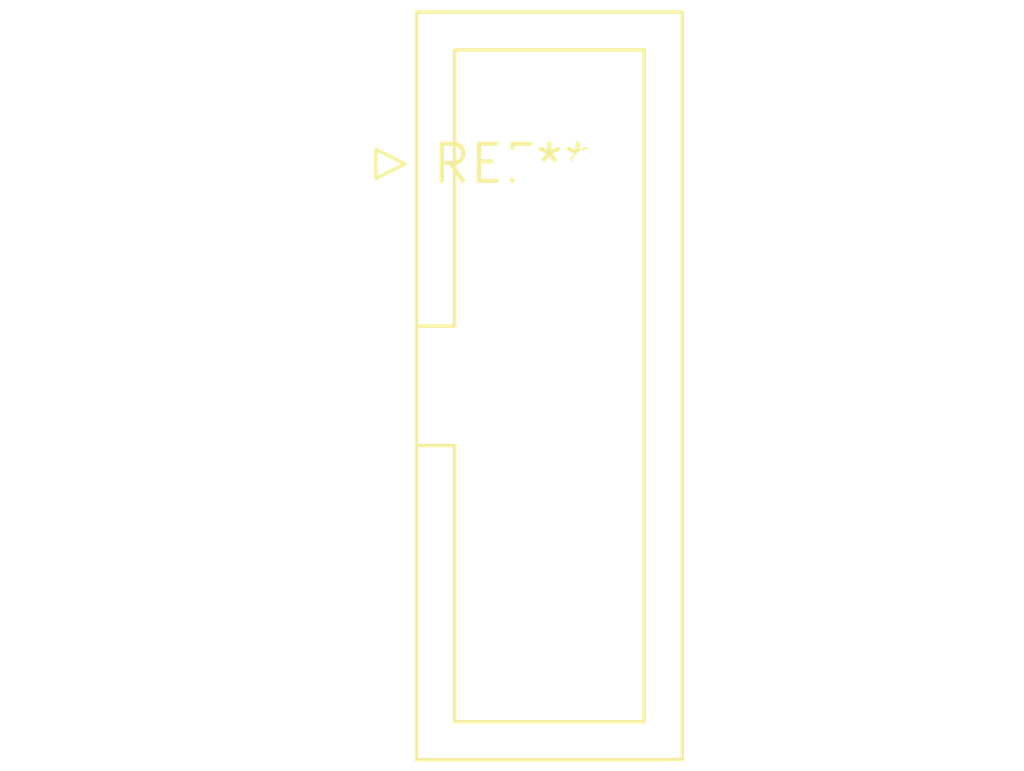
<source format=kicad_pcb>
(kicad_pcb (version 20240108) (generator pcbnew)
  (layers (0 "F.Cu" signal) (31 "B.Cu" signal) (34 "B.Paste" user) (35 "F.Paste" user) (36 "B.SilkS" user "B.Silkscreen") (37 "F.SilkS" user "F.Silkscreen") (38 "B.Mask" user) (39 "F.Mask" user) (44 "Edge.Cuts" user))
  (net 0 "")
  (footprint "IDC-Header_2x07_P2.54mm_Vertical" (layer "F.Cu") (at 0 0)
    (property "Reference" "REF**")
    (property "Value" "IDC-Header_2x07_P2.54mm_Vertical")
    (fp_line (start -4.68 -0.5) (end -4.68 0.5) (layer "F.SilkS") (stroke (width 0.12)))
    (fp_line (start -4.68 0.5) (end -3.68 0) (layer "F.SilkS") (stroke (width 0.12)))
    (fp_line (start -3.68 0) (end -4.68 -0.5) (layer "F.SilkS") (stroke (width 0.12)))
    (fp_line (start -3.29 -5.21) (end 5.83 -5.21) (layer "F.SilkS") (stroke (width 0.12)))
    (fp_line (start -3.29 5.57) (end -1.98 5.57) (layer "F.SilkS") (stroke (width 0.12)))
    (fp_line (start -3.29 20.45) (end -3.29 -5.21) (layer "F.SilkS") (stroke (width 0.12)))
    (fp_line (start -1.98 -3.91) (end 4.52 -3.91) (layer "F.SilkS") (stroke (width 0.12)))
    (fp_line (start -1.98 5.57) (end -1.98 -3.91) (layer "F.SilkS") (stroke (width 0.12)))
    (fp_line (start -1.98 9.67) (end -3.29 9.67) (layer "F.SilkS") (stroke (width 0.12)))
    (fp_line (start -1.98 9.67) (end -1.98 9.67) (layer "F.SilkS") (stroke (width 0.12)))
    (fp_line (start -1.98 19.15) (end -1.98 9.67) (layer "F.SilkS") (stroke (width 0.12)))
    (fp_line (start 4.52 -3.91) (end 4.52 19.15) (layer "F.SilkS") (stroke (width 0.12)))
    (fp_line (start 4.52 19.15) (end -1.98 19.15) (layer "F.SilkS") (stroke (width 0.12)))
    (fp_line (start 5.83 -5.21) (end 5.83 20.45) (layer "F.SilkS") (stroke (width 0.12)))
    (fp_line (start 5.83 20.45) (end -3.29 20.45) (layer "F.SilkS") (stroke (width 0.12)))
    (pad "1" thru_hole roundrect (at 0 0) (size 1.7 1.7) (drill 1) (layers *.Cu *.Mask) (remove_unused_layers) (roundrect_rratio 0.147059))
    (pad "2" thru_hole circle (at 2.54 0) (size 1.7 1.7) (drill 1) (layers *.Cu *.Mask) (remove_unused_layers))
    (pad "3" thru_hole circle (at 0 2.54) (size 1.7 1.7) (drill 1) (layers *.Cu *.Mask) (remove_unused_layers))
    (pad "4" thru_hole circle (at 2.54 2.54) (size 1.7 1.7) (drill 1) (layers *.Cu *.Mask) (remove_unused_layers))
    (pad "5" thru_hole circle (at 0 5.08) (size 1.7 1.7) (drill 1) (layers *.Cu *.Mask) (remove_unused_layers))
    (pad "6" thru_hole circle (at 2.54 5.08) (size 1.7 1.7) (drill 1) (layers *.Cu *.Mask) (remove_unused_layers))
    (pad "7" thru_hole circle (at 0 7.62) (size 1.7 1.7) (drill 1) (layers *.Cu *.Mask) (remove_unused_layers))
    (pad "8" thru_hole circle (at 2.54 7.62) (size 1.7 1.7) (drill 1) (layers *.Cu *.Mask) (remove_unused_layers))
    (pad "9" thru_hole circle (at 0 10.16) (size 1.7 1.7) (drill 1) (layers *.Cu *.Mask) (remove_unused_layers))
    (pad "10" thru_hole circle (at 2.54 10.16) (size 1.7 1.7) (drill 1) (layers *.Cu *.Mask) (remove_unused_layers))
    (pad "11" thru_hole circle (at 0 12.7) (size 1.7 1.7) (drill 1) (layers *.Cu *.Mask) (remove_unused_layers))
    (pad "12" thru_hole circle (at 2.54 12.7) (size 1.7 1.7) (drill 1) (layers *.Cu *.Mask) (remove_unused_layers))
    (pad "13" thru_hole circle (at 0 15.24) (size 1.7 1.7) (drill 1) (layers *.Cu *.Mask) (remove_unused_layers))
    (pad "14" thru_hole circle (at 2.54 15.24) (size 1.7 1.7) (drill 1) (layers *.Cu *.Mask) (remove_unused_layers))
  )
)
</source>
